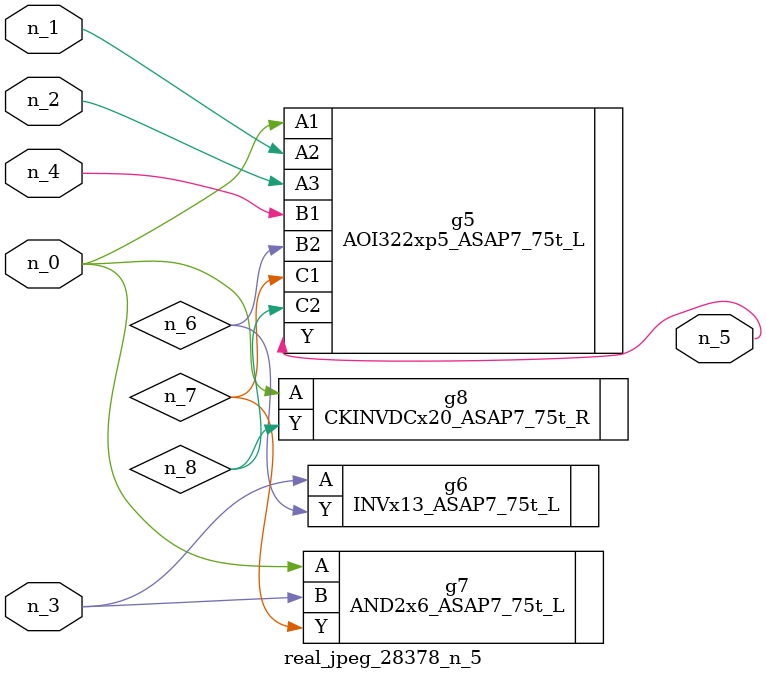
<source format=v>
module real_jpeg_28378_n_5 (n_4, n_0, n_1, n_2, n_3, n_5);

input n_4;
input n_0;
input n_1;
input n_2;
input n_3;

output n_5;

wire n_8;
wire n_6;
wire n_7;

AOI322xp5_ASAP7_75t_L g5 ( 
.A1(n_0),
.A2(n_1),
.A3(n_2),
.B1(n_4),
.B2(n_6),
.C1(n_7),
.C2(n_8),
.Y(n_5)
);

AND2x6_ASAP7_75t_L g7 ( 
.A(n_0),
.B(n_3),
.Y(n_7)
);

CKINVDCx20_ASAP7_75t_R g8 ( 
.A(n_0),
.Y(n_8)
);

INVx13_ASAP7_75t_L g6 ( 
.A(n_3),
.Y(n_6)
);


endmodule
</source>
